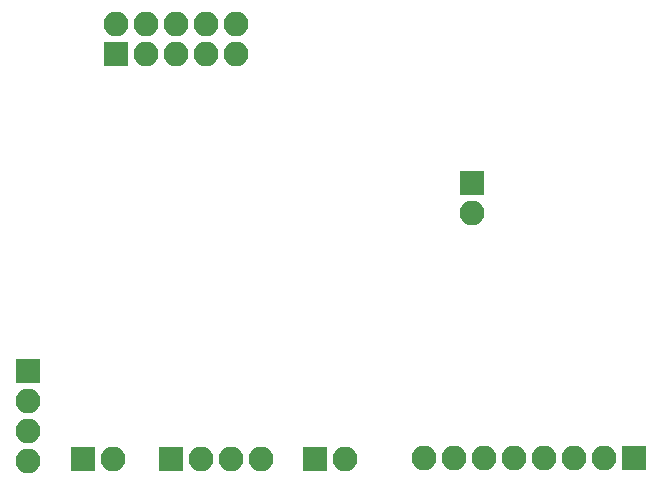
<source format=gbs>
G04 #@! TF.GenerationSoftware,KiCad,Pcbnew,(5.0.0)*
G04 #@! TF.CreationDate,2018-10-31T15:25:37+01:00*
G04 #@! TF.ProjectId,Digital,4469676974616C2E6B696361645F7063,rev?*
G04 #@! TF.SameCoordinates,Original*
G04 #@! TF.FileFunction,Soldermask,Bot*
G04 #@! TF.FilePolarity,Negative*
%FSLAX46Y46*%
G04 Gerber Fmt 4.6, Leading zero omitted, Abs format (unit mm)*
G04 Created by KiCad (PCBNEW (5.0.0)) date 10/31/18 15:25:37*
%MOMM*%
%LPD*%
G01*
G04 APERTURE LIST*
%ADD10O,2.100000X2.100000*%
%ADD11R,2.100000X2.100000*%
G04 APERTURE END LIST*
D10*
G04 #@! TO.C,DAC1*
X140740000Y-109260000D03*
D11*
X138200000Y-109260000D03*
G04 #@! TD*
G04 #@! TO.C,DigitalPWR1*
X171150000Y-85950000D03*
D10*
X171150000Y-88490000D03*
G04 #@! TD*
G04 #@! TO.C,I2C1*
X160390000Y-109280000D03*
D11*
X157850000Y-109280000D03*
G04 #@! TD*
G04 #@! TO.C,ADC1*
X133570000Y-101830000D03*
D10*
X133570000Y-104370000D03*
X133570000Y-106910000D03*
X133570000Y-109450000D03*
G04 #@! TD*
G04 #@! TO.C,ADC2*
X153270000Y-109280000D03*
X150730000Y-109280000D03*
X148190000Y-109280000D03*
D11*
X145650000Y-109280000D03*
G04 #@! TD*
D10*
G04 #@! TO.C,GPIO1*
X167080000Y-109170000D03*
X169620000Y-109170000D03*
X172160000Y-109170000D03*
X174700000Y-109170000D03*
X177240000Y-109170000D03*
X179780000Y-109170000D03*
X182320000Y-109170000D03*
D11*
X184860000Y-109170000D03*
G04 #@! TD*
D10*
G04 #@! TO.C,J1*
X151160000Y-72460000D03*
X151160000Y-75000000D03*
X148620000Y-72460000D03*
X148620000Y-75000000D03*
X146080000Y-72460000D03*
X146080000Y-75000000D03*
X143540000Y-72460000D03*
X143540000Y-75000000D03*
X141000000Y-72460000D03*
D11*
X141000000Y-75000000D03*
G04 #@! TD*
M02*

</source>
